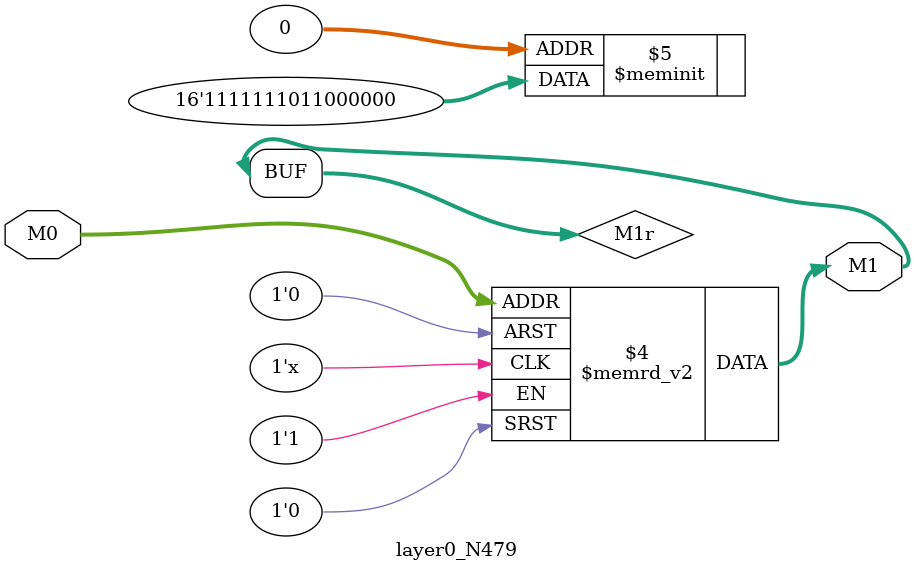
<source format=v>
module layer0_N479 ( input [2:0] M0, output [1:0] M1 );

	(*rom_style = "distributed" *) reg [1:0] M1r;
	assign M1 = M1r;
	always @ (M0) begin
		case (M0)
			3'b000: M1r = 2'b00;
			3'b100: M1r = 2'b10;
			3'b010: M1r = 2'b00;
			3'b110: M1r = 2'b11;
			3'b001: M1r = 2'b00;
			3'b101: M1r = 2'b11;
			3'b011: M1r = 2'b11;
			3'b111: M1r = 2'b11;

		endcase
	end
endmodule

</source>
